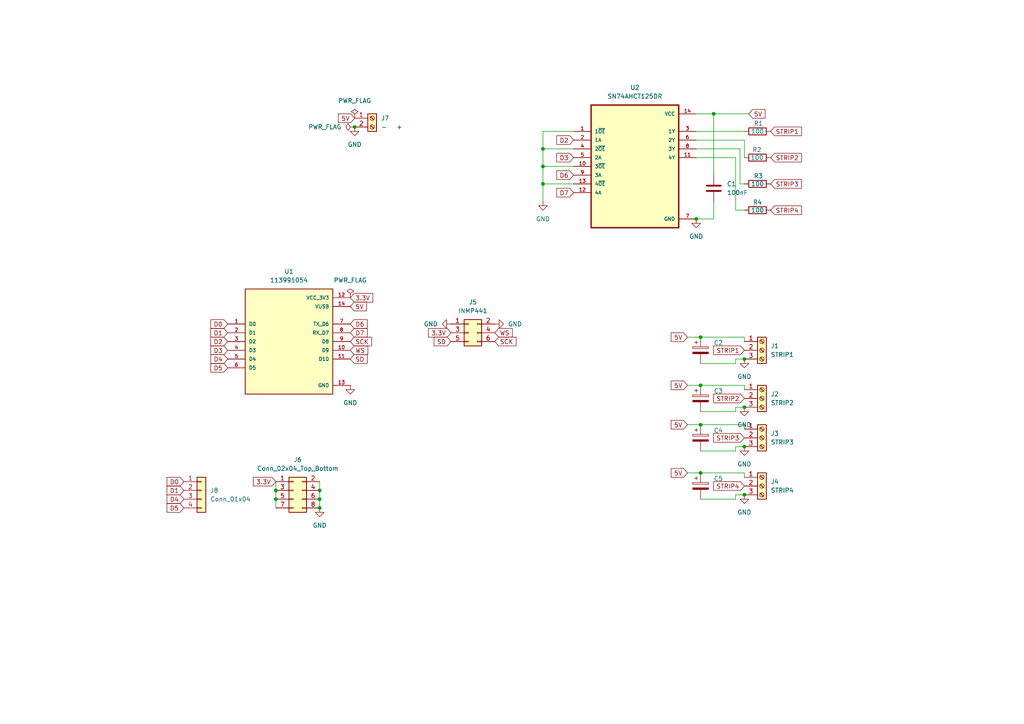
<source format=kicad_sch>
(kicad_sch (version 20231120) (generator "eeschema") (generator_version "8.0")
  (paper "A4")
  (title_block (title "Porthole Controller") (date "2024-05-22") (rev "1"))
  (lib_symbols
    (symbol "Connector:Screw_Terminal_01x02" (pin_names (offset 1.016) hide)
      (property "Reference" "J" (at 0 2.54 0))
      (property "Value" "Screw_Terminal_01x02" (at 0 -5.08 0))
      (symbol "Screw_Terminal_01x02_1_1"
        (rectangle (start -1.27 1.27) (end 1.27 -3.81) (stroke (width 0.254)) (fill (type background)))
        (circle (center 0 -2.54) (radius 0.635) (stroke (width 0.1524)))
        (polyline (pts (xy -0.5334 -2.2098) (xy 0.3302 -3.048)) (stroke (width 0.1524)))
        (polyline (pts (xy -0.5334 0.3302) (xy 0.3302 -0.508)) (stroke (width 0.1524)))
        (polyline (pts (xy -0.3556 -2.032) (xy 0.508 -2.8702)) (stroke (width 0.1524)))
        (polyline (pts (xy -0.3556 0.508) (xy 0.508 -0.3302)) (stroke (width 0.1524)))
        (circle (center 0 0) (radius 0.635) (stroke (width 0.1524)))
        (pin passive line (at -5.08 0 0) (length 3.81) (name "Pin_1") (number "1"))
        (pin passive line (at -5.08 -2.54 0) (length 3.81) (name "Pin_2") (number "2"))
      )
    )
    (symbol "Connector:Screw_Terminal_01x03" (pin_names (offset 1.016) hide)
      (property "Reference" "J" (at 0 5.08 0))
      (property "Value" "Screw_Terminal_01x03" (at 0 -5.08 0))
      (symbol "Screw_Terminal_01x03_1_1"
        (rectangle (start -1.27 3.81) (end 1.27 -3.81) (stroke (width 0.254)) (fill (type background)))
        (circle (center 0 -2.54) (radius 0.635) (stroke (width 0.1524)))
        (polyline (pts (xy -0.5334 -2.2098) (xy 0.3302 -3.048)) (stroke (width 0.1524)))
        (polyline (pts (xy -0.5334 0.3302) (xy 0.3302 -0.508)) (stroke (width 0.1524)))
        (polyline (pts (xy -0.5334 2.8702) (xy 0.3302 2.032)) (stroke (width 0.1524)))
        (polyline (pts (xy -0.3556 -2.032) (xy 0.508 -2.8702)) (stroke (width 0.1524)))
        (polyline (pts (xy -0.3556 0.508) (xy 0.508 -0.3302)) (stroke (width 0.1524)))
        (polyline (pts (xy -0.3556 3.048) (xy 0.508 2.2098)) (stroke (width 0.1524)))
        (circle (center 0 0) (radius 0.635) (stroke (width 0.1524)))
        (circle (center 0 2.54) (radius 0.635) (stroke (width 0.1524)))
        (pin passive line (at -5.08 2.54 0) (length 3.81) (name "Pin_1") (number "1"))
        (pin passive line (at -5.08 0 0) (length 3.81) (name "Pin_2") (number "2"))
        (pin passive line (at -5.08 -2.54 0) (length 3.81) (name "Pin_3") (number "3"))
      )
    )
    (symbol "Connector_Generic:Conn_01x04" (pin_names (offset 1.016) hide)
      (property "Reference" "J" (at 0 5.08 0))
      (property "Value" "Conn_01x04" (at 0 -7.62 0))
      (symbol "Conn_01x04_1_1"
        (rectangle (start -1.27 -4.953) (end 0 -5.207) (stroke (width 0.1524)))
        (rectangle (start -1.27 -2.413) (end 0 -2.667) (stroke (width 0.1524)))
        (rectangle (start -1.27 0.127) (end 0 -0.127) (stroke (width 0.1524)))
        (rectangle (start -1.27 2.667) (end 0 2.413) (stroke (width 0.1524)))
        (rectangle (start -1.27 3.81) (end 1.27 -6.35) (stroke (width 0.254)) (fill (type background)))
        (pin passive line (at -5.08 2.54 0) (length 3.81) (name "Pin_1") (number "1"))
        (pin passive line (at -5.08 0 0) (length 3.81) (name "Pin_2") (number "2"))
        (pin passive line (at -5.08 -2.54 0) (length 3.81) (name "Pin_3") (number "3"))
        (pin passive line (at -5.08 -5.08 0) (length 3.81) (name "Pin_4") (number "4"))
      )
    )
    (symbol "Connector_Generic:Conn_02x03_Odd_Even" (pin_names (offset 1.016) hide)
      (property "Reference" "J" (at 1.27 5.08 0))
      (property "Value" "Conn_02x03_Odd_Even" (at 1.27 -5.08 0))
      (symbol "Conn_02x03_Odd_Even_1_1"
        (rectangle (start -1.27 -2.413) (end 0 -2.667) (stroke (width 0.1524)))
        (rectangle (start -1.27 0.127) (end 0 -0.127) (stroke (width 0.1524)))
        (rectangle (start -1.27 2.667) (end 0 2.413) (stroke (width 0.1524)))
        (rectangle (start -1.27 3.81) (end 3.81 -3.81) (stroke (width 0.254)) (fill (type background)))
        (rectangle (start 3.81 -2.413) (end 2.54 -2.667) (stroke (width 0.1524)))
        (rectangle (start 3.81 0.127) (end 2.54 -0.127) (stroke (width 0.1524)))
        (rectangle (start 3.81 2.667) (end 2.54 2.413) (stroke (width 0.1524)))
        (pin passive line (at -5.08 2.54 0) (length 3.81) (name "Pin_1") (number "1"))
        (pin passive line (at 7.62 2.54 180) (length 3.81) (name "Pin_2") (number "2"))
        (pin passive line (at -5.08 0 0) (length 3.81) (name "Pin_3") (number "3"))
        (pin passive line (at 7.62 0 180) (length 3.81) (name "Pin_4") (number "4"))
        (pin passive line (at -5.08 -2.54 0) (length 3.81) (name "Pin_5") (number "5"))
        (pin passive line (at 7.62 -2.54 180) (length 3.81) (name "Pin_6") (number "6"))
      )
    )
    (symbol "Connector_Generic:Conn_02x04_Odd_Even" (pin_names (offset 1.016) hide)
      (property "Reference" "J" (at 1.27 5.08 0))
      (property "Value" "Conn_02x04_Odd_Even" (at 1.27 -7.62 0))
      (symbol "Conn_02x04_Odd_Even_1_1"
        (rectangle (start -1.27 -4.953) (end 0 -5.207) (stroke (width 0.1524)))
        (rectangle (start -1.27 -2.413) (end 0 -2.667) (stroke (width 0.1524)))
        (rectangle (start -1.27 0.127) (end 0 -0.127) (stroke (width 0.1524)))
        (rectangle (start -1.27 2.667) (end 0 2.413) (stroke (width 0.1524)))
        (rectangle (start -1.27 3.81) (end 3.81 -6.35) (stroke (width 0.254)) (fill (type background)))
        (rectangle (start 3.81 -4.953) (end 2.54 -5.207) (stroke (width 0.1524)))
        (rectangle (start 3.81 -2.413) (end 2.54 -2.667) (stroke (width 0.1524)))
        (rectangle (start 3.81 0.127) (end 2.54 -0.127) (stroke (width 0.1524)))
        (rectangle (start 3.81 2.667) (end 2.54 2.413) (stroke (width 0.1524)))
        (pin passive line (at -5.08 2.54 0) (length 3.81) (name "Pin_1") (number "1"))
        (pin passive line (at 7.62 2.54 180) (length 3.81) (name "Pin_2") (number "2"))
        (pin passive line (at -5.08 0 0) (length 3.81) (name "Pin_3") (number "3"))
        (pin passive line (at 7.62 0 180) (length 3.81) (name "Pin_4") (number "4"))
        (pin passive line (at -5.08 -2.54 0) (length 3.81) (name "Pin_5") (number "5"))
        (pin passive line (at 7.62 -2.54 180) (length 3.81) (name "Pin_6") (number "6"))
        (pin passive line (at -5.08 -5.08 0) (length 3.81) (name "Pin_7") (number "7"))
        (pin passive line (at 7.62 -5.08 180) (length 3.81) (name "Pin_8") (number "8"))
      )
    )
    (symbol "Device:C" (pin_numbers hide) (pin_names (offset 0.254))
      (property "Reference" "C" (at 0.635 2.54 0))
      (property "Value" "C" (at 0.635 -2.54 0))
      (symbol "C_0_1"
        (polyline (pts (xy -2.032 -0.762) (xy 2.032 -0.762)) (stroke (width 0.508)))
        (polyline (pts (xy -2.032 0.762) (xy 2.032 0.762)) (stroke (width 0.508)))
      )
      (symbol "C_1_1"
        (pin passive line (at 0 3.81 270) (length 2.794) (name "~") (number "1"))
        (pin passive line (at 0 -3.81 90) (length 2.794) (name "~") (number "2"))
      )
    )
    (symbol "Device:C_Polarized" (pin_numbers hide) (pin_names (offset 0.254))
      (property "Reference" "C" (at 0.635 2.54 0))
      (property "Value" "C_Polarized" (at 0.635 -2.54 0))
      (symbol "C_Polarized_0_1"
        (rectangle (start -2.286 0.508) (end 2.286 1.016))
        (polyline (pts (xy -1.778 2.286) (xy -0.762 2.286)))
        (polyline (pts (xy -1.27 2.794) (xy -1.27 1.778)))
        (rectangle (start 2.286 -0.508) (end -2.286 -1.016) (fill (type outline)))
      )
      (symbol "C_Polarized_1_1"
        (pin passive line (at 0 3.81 270) (length 2.794) (name "~") (number "1"))
        (pin passive line (at 0 -3.81 90) (length 2.794) (name "~") (number "2"))
      )
    )
    (symbol "Device:R" (pin_numbers hide) (pin_names (offset 0))
      (property "Reference" "R" (at 2.032 0 90))
      (property "Value" "R" (at 0 0 90))
      (symbol "R_0_1"
        (rectangle (start -1.016 -2.54) (end 1.016 2.54) (stroke (width 0.254)))
      )
      (symbol "R_1_1"
        (pin passive line (at 0 3.81 270) (length 1.27) (name "~") (number "1"))
        (pin passive line (at 0 -3.81 90) (length 1.27) (name "~") (number "2"))
      )
    )
    (symbol "SN74AHCT125DR:SN74AHCT125DR" (pin_names (offset 1.016))
      (property "Reference" "U" (at -12.7 18.78 0))
      (property "Value" "SN74AHCT125DR" (at -12.7 -21.78 0))
      (symbol "SN74AHCT125DR_0_0"
        (rectangle (start -12.7 -17.78) (end 12.7 17.78) (stroke (width 0.41)) (fill (type background)))
        (pin input line (at -17.78 10.16 0) (length 5.08) (name "1~{OE}") (number "1"))
        (pin input line (at -17.78 0 0) (length 5.08) (name "3~{OE}") (number "10"))
        (pin output line (at 17.78 2.54 180) (length 5.08) (name "4Y") (number "11"))
        (pin input line (at -17.78 -7.62 0) (length 5.08) (name "4A") (number "12"))
        (pin input line (at -17.78 -5.08 0) (length 5.08) (name "4~{OE}") (number "13"))
        (pin power_in line (at 17.78 15.24 180) (length 5.08) (name "VCC") (number "14"))
        (pin input line (at -17.78 7.62 0) (length 5.08) (name "1A") (number "2"))
        (pin output line (at 17.78 10.16 180) (length 5.08) (name "1Y") (number "3"))
        (pin input line (at -17.78 5.08 0) (length 5.08) (name "2~{OE}") (number "4"))
        (pin input line (at -17.78 2.54 0) (length 5.08) (name "2A") (number "5"))
        (pin output line (at 17.78 7.62 180) (length 5.08) (name "2Y") (number "6"))
        (pin power_in line (at 17.78 -15.24 180) (length 5.08) (name "GND") (number "7"))
        (pin output line (at 17.78 5.08 180) (length 5.08) (name "3Y") (number "8"))
        (pin input line (at -17.78 -2.54 0) (length 5.08) (name "3A") (number "9"))
      )
    )
    (symbol "power:GND" (power) (pin_numbers hide) (pin_names (offset 0) hide)
      (property "Value" "GND" (at 0 -3.81 0))
      (symbol "GND_0_1"
        (polyline (pts (xy 0 0) (xy 0 -1.27) (xy 1.27 -1.27) (xy 0 -2.54) (xy -1.27 -1.27) (xy 0 -1.27)))
      )
      (symbol "GND_1_1"
        (pin power_in line (at 0 0 270) (length 0) (name "~") (number "1"))
      )
    )
    (symbol "power:PWR_FLAG" (power) (pin_numbers hide) (pin_names (offset 0) hide)
      (property "Value" "PWR_FLAG" (at 0 3.81 0))
      (symbol "PWR_FLAG_0_0"
        (pin power_out line (at 0 0 90) (length 0) (name "~") (number "1"))
      )
      (symbol "PWR_FLAG_0_1"
        (polyline (pts (xy 0 0) (xy 0 1.27) (xy -1.016 1.905) (xy 0 2.54) (xy 1.016 1.905) (xy 0 1.27)))
      )
    )
    (symbol "xiaoesp32_c3_MM:113991054" (pin_names (offset 1.016))
      (property "Reference" "U" (at -12.7 16.002 0))
      (property "Value" "113991054" (at -12.7 -17.78 0))
      (symbol "113991054_0_0"
        (rectangle (start -12.7 -15.24) (end 12.7 15.24) (stroke (width 0.254)) (fill (type background)))
        (pin bidirectional line (at -17.78 5.08 0) (length 5.08) (name "D0") (number "1"))
        (pin bidirectional line (at 17.78 -2.54 180) (length 5.08) (name "D9") (number "10"))
        (pin bidirectional line (at 17.78 -5.08 180) (length 5.08) (name "D10") (number "11"))
        (pin power_in line (at 17.78 12.7 180) (length 5.08) (name "VCC_3V3") (number "12"))
        (pin power_in line (at 17.78 -12.7 180) (length 5.08) (name "GND") (number "13"))
        (pin power_in line (at 17.78 10.16 180) (length 5.08) (name "VUSB") (number "14"))
        (pin bidirectional line (at -17.78 2.54 0) (length 5.08) (name "D1") (number "2"))
        (pin bidirectional line (at -17.78 0 0) (length 5.08) (name "D2") (number "3"))
        (pin bidirectional line (at -17.78 -2.54 0) (length 5.08) (name "D3") (number "4"))
        (pin bidirectional line (at -17.78 -5.08 0) (length 5.08) (name "D4") (number "5"))
        (pin bidirectional line (at -17.78 -7.62 0) (length 5.08) (name "D5") (number "6"))
        (pin bidirectional line (at 17.78 5.08 180) (length 5.08) (name "TX_D6") (number "7"))
        (pin bidirectional line (at 17.78 2.54 180) (length 5.08) (name "RX_D7") (number "8"))
        (pin bidirectional line (at 17.78 0 180) (length 5.08) (name "D8") (number "9"))
      )
    )
  )
  (junction (at 203.2 111.76))
  (junction (at 102.87 36.83))
  (junction (at 215.9 118.11))
  (junction (at 80.01 142.24))
  (junction (at 201.93 63.5))
  (junction (at 215.9 143.51))
  (junction (at 215.9 129.54))
  (junction (at 207.01 33.02))
  (junction (at 92.71 147.32))
  (junction (at 92.71 142.24))
  (junction (at 203.2 97.79))
  (junction (at 203.2 123.19))
  (junction (at 80.01 144.78))
  (junction (at 215.9 104.14))
  (junction (at 203.2 137.16))
  (junction (at 157.48 53.34))
  (junction (at 157.48 43.18))
  (junction (at 92.71 144.78))
  (junction (at 157.48 48.26))
  (wire (pts (xy 203.2 111.76) (xy 215.9 111.76)))
  (wire (pts (xy 213.36 60.96) (xy 215.9 60.96)))
  (wire (pts (xy 80.01 142.24) (xy 80.01 144.78)))
  (wire (pts (xy 157.48 38.1) (xy 157.48 43.18)))
  (wire (pts (xy 157.48 48.26) (xy 166.37 48.26)))
  (wire (pts (xy 215.9 111.76) (xy 215.9 113.03)))
  (wire (pts (xy 207.01 63.5) (xy 201.93 63.5)))
  (wire (pts (xy 201.93 43.18) (xy 214.63 43.18)))
  (wire (pts (xy 207.01 58.42) (xy 207.01 63.5)))
  (wire (pts (xy 80.01 144.78) (xy 80.01 147.32)))
  (wire (pts (xy 207.01 50.8) (xy 207.01 33.02)))
  (wire (pts (xy 166.37 38.1) (xy 157.48 38.1)))
  (wire (pts (xy 201.93 40.64) (xy 215.9 40.64)))
  (wire (pts (xy 215.9 97.79) (xy 215.9 99.06)))
  (wire (pts (xy 213.36 105.41) (xy 213.36 104.14)))
  (wire (pts (xy 157.48 53.34) (xy 157.48 58.42)))
  (wire (pts (xy 201.93 45.72) (xy 213.36 45.72)))
  (wire (pts (xy 215.9 137.16) (xy 215.9 138.43)))
  (wire (pts (xy 203.2 123.19) (xy 215.9 123.19)))
  (wire (pts (xy 207.01 33.02) (xy 201.93 33.02)))
  (wire (pts (xy 217.17 33.02) (xy 207.01 33.02)))
  (wire (pts (xy 92.71 139.7) (xy 92.71 142.24)))
  (wire (pts (xy 214.63 43.18) (xy 214.63 53.34)))
  (wire (pts (xy 213.36 45.72) (xy 213.36 60.96)))
  (wire (pts (xy 92.71 144.78) (xy 92.71 147.32)))
  (wire (pts (xy 203.2 130.81) (xy 213.36 130.81)))
  (wire (pts (xy 157.48 43.18) (xy 157.48 48.26)))
  (wire (pts (xy 203.2 137.16) (xy 215.9 137.16)))
  (wire (pts (xy 201.93 38.1) (xy 215.9 38.1)))
  (wire (pts (xy 92.71 142.24) (xy 92.71 144.78)))
  (wire (pts (xy 213.36 118.11) (xy 215.9 118.11)))
  (wire (pts (xy 157.48 43.18) (xy 166.37 43.18)))
  (wire (pts (xy 203.2 97.79) (xy 215.9 97.79)))
  (wire (pts (xy 80.01 139.7) (xy 80.01 142.24)))
  (wire (pts (xy 203.2 144.78) (xy 213.36 144.78)))
  (wire (pts (xy 199.39 137.16) (xy 203.2 137.16)))
  (wire (pts (xy 203.2 105.41) (xy 213.36 105.41)))
  (wire (pts (xy 215.9 40.64) (xy 215.9 45.72)))
  (wire (pts (xy 213.36 129.54) (xy 215.9 129.54)))
  (wire (pts (xy 213.36 144.78) (xy 213.36 143.51)))
  (wire (pts (xy 199.39 111.76) (xy 203.2 111.76)))
  (wire (pts (xy 213.36 119.38) (xy 213.36 118.11)))
  (wire (pts (xy 157.48 48.26) (xy 157.48 53.34)))
  (wire (pts (xy 157.48 53.34) (xy 166.37 53.34)))
  (wire (pts (xy 213.36 130.81) (xy 213.36 129.54)))
  (wire (pts (xy 214.63 53.34) (xy 215.9 53.34)))
  (wire (pts (xy 213.36 143.51) (xy 215.9 143.51)))
  (wire (pts (xy 199.39 123.19) (xy 203.2 123.19)))
  (wire (pts (xy 203.2 119.38) (xy 213.36 119.38)))
  (wire (pts (xy 215.9 123.19) (xy 215.9 124.46)))
  (wire (pts (xy 199.39 97.79) (xy 203.2 97.79)))
  (wire (pts (xy 213.36 104.14) (xy 215.9 104.14)))
  (global_label "D3" (shape input) (at 166.37 45.72 180) (property "Intersheetrefs" "${INTERSHEET_REFS}" (effects (hide yes))))
  (global_label "D4" (shape input) (at 66.04 104.14 180) (property "Intersheetrefs" "${INTERSHEET_REFS}" (effects (hide yes))))
  (global_label "STRIP1" (shape input) (at 215.9 101.6 180) (property "Intersheetrefs" "${INTERSHEET_REFS}" (effects (hide yes))))
  (global_label "STRIP2" (shape input) (at 215.9 115.57 180) (property "Intersheetrefs" "${INTERSHEET_REFS}" (effects (hide yes))))
  (global_label "D7" (shape input) (at 101.6 96.52 0) (property "Intersheetrefs" "${INTERSHEET_REFS}" (effects (hide yes))))
  (global_label "WS" (shape input) (at 101.6 101.6 0) (property "Intersheetrefs" "${INTERSHEET_REFS}" (effects (hide yes))))
  (global_label "SD" (shape input) (at 130.81 99.06 180) (property "Intersheetrefs" "${INTERSHEET_REFS}" (effects (hide yes))))
  (global_label "5V" (shape input) (at 199.39 123.19 180) (property "Intersheetrefs" "${INTERSHEET_REFS}" (effects (hide yes))))
  (global_label "D1" (shape input) (at 66.04 96.52 180) (property "Intersheetrefs" "${INTERSHEET_REFS}" (effects (hide yes))))
  (global_label "D5" (shape input) (at 53.34 147.32 180) (property "Intersheetrefs" "${INTERSHEET_REFS}" (effects (hide yes))))
  (global_label "SCK" (shape input) (at 101.6 99.06 0) (property "Intersheetrefs" "${INTERSHEET_REFS}" (effects (hide yes))))
  (global_label "STRIP1" (shape input) (at 223.52 38.1 0) (property "Intersheetrefs" "${INTERSHEET_REFS}" (effects (hide yes))))
  (global_label "3.3V" (shape input) (at 80.01 139.7 180) (property "Intersheetrefs" "${INTERSHEET_REFS}" (effects (hide yes))))
  (global_label "STRIP3" (shape input) (at 223.52 53.34 0) (property "Intersheetrefs" "${INTERSHEET_REFS}" (effects (hide yes))))
  (global_label "D6" (shape input) (at 166.37 50.8 180) (property "Intersheetrefs" "${INTERSHEET_REFS}" (effects (hide yes))))
  (global_label "D2" (shape input) (at 166.37 40.64 180) (property "Intersheetrefs" "${INTERSHEET_REFS}" (effects (hide yes))))
  (global_label "STRIP2" (shape input) (at 223.52 45.72 0) (property "Intersheetrefs" "${INTERSHEET_REFS}" (effects (hide yes))))
  (global_label "D2" (shape input) (at 66.04 99.06 180) (property "Intersheetrefs" "${INTERSHEET_REFS}" (effects (hide yes))))
  (global_label "STRIP4" (shape input) (at 223.52 60.96 0) (property "Intersheetrefs" "${INTERSHEET_REFS}" (effects (hide yes))))
  (global_label "WS" (shape input) (at 143.51 96.52 0) (property "Intersheetrefs" "${INTERSHEET_REFS}" (effects (hide yes))))
  (global_label "D7" (shape input) (at 166.37 55.88 180) (property "Intersheetrefs" "${INTERSHEET_REFS}" (effects (hide yes))))
  (global_label "D6" (shape input) (at 101.6 93.98 0) (property "Intersheetrefs" "${INTERSHEET_REFS}" (effects (hide yes))))
  (global_label "D4" (shape input) (at 53.34 144.78 180) (property "Intersheetrefs" "${INTERSHEET_REFS}" (effects (hide yes))))
  (global_label "5V" (shape input) (at 217.17 33.02 0) (property "Intersheetrefs" "${INTERSHEET_REFS}" (effects (hide yes))))
  (global_label "5V" (shape input) (at 101.6 88.9 0) (property "Intersheetrefs" "${INTERSHEET_REFS}" (effects (hide yes))))
  (global_label "D1" (shape input) (at 53.34 142.24 180) (property "Intersheetrefs" "${INTERSHEET_REFS}" (effects (hide yes))))
  (global_label "STRIP3" (shape input) (at 215.9 127 180) (property "Intersheetrefs" "${INTERSHEET_REFS}" (effects (hide yes))))
  (global_label "D3" (shape input) (at 66.04 101.6 180) (property "Intersheetrefs" "${INTERSHEET_REFS}" (effects (hide yes))))
  (global_label "5V" (shape input) (at 199.39 97.79 180) (property "Intersheetrefs" "${INTERSHEET_REFS}" (effects (hide yes))))
  (global_label "3.3V" (shape input) (at 101.6 86.36 0) (property "Intersheetrefs" "${INTERSHEET_REFS}" (effects (hide yes))))
  (global_label "SCK" (shape input) (at 143.51 99.06 0) (property "Intersheetrefs" "${INTERSHEET_REFS}" (effects (hide yes))))
  (global_label "SD" (shape input) (at 101.6 104.14 0) (property "Intersheetrefs" "${INTERSHEET_REFS}" (effects (hide yes))))
  (global_label "5V" (shape input) (at 199.39 137.16 180) (property "Intersheetrefs" "${INTERSHEET_REFS}" (effects (hide yes))))
  (global_label "D5" (shape input) (at 66.04 106.68 180) (property "Intersheetrefs" "${INTERSHEET_REFS}" (effects (hide yes))))
  (global_label "D0" (shape input) (at 66.04 93.98 180) (property "Intersheetrefs" "${INTERSHEET_REFS}" (effects (hide yes))))
  (global_label "5V" (shape input) (at 102.87 34.29 180) (property "Intersheetrefs" "${INTERSHEET_REFS}" (effects (hide yes))))
  (global_label "3.3V" (shape input) (at 130.81 96.52 180) (property "Intersheetrefs" "${INTERSHEET_REFS}" (effects (hide yes))))
  (global_label "STRIP4" (shape input) (at 215.9 140.97 180) (property "Intersheetrefs" "${INTERSHEET_REFS}" (effects (hide yes))))
  (global_label "D0" (shape input) (at 53.34 139.7 180) (property "Intersheetrefs" "${INTERSHEET_REFS}" (effects (hide yes))))
  (global_label "5V" (shape input) (at 199.39 111.76 180) (property "Intersheetrefs" "${INTERSHEET_REFS}" (effects (hide yes))))
  (symbol (lib_id "Connector_Generic:Conn_02x04_Odd_Even") (at 85.09 142.24 0) (unit 1)
    (property "Reference" "J6" (at 86.36 133.35 0))
    (property "Value" "Conn_02x04_Top_Bottom" (at 86.36 135.89 0))
    (property "Footprint" "Connector_PinSocket_2.54mm:PinSocket_2x04_P2.54mm_Vertical" (effects (hide yes)))
    (property "Description" "Generic connector, double row, 02x04, odd/even pin numbering scheme (row 1 odd numbers, row 2 even numbers), script generated (kicad-library-utils/schlib/autogen/connector/)" (effects (hide yes)))
  )
  (symbol (lib_id "Connector_Generic:Conn_01x04") (at 58.42 142.24 0) (unit 1)
    (property "Reference" "J8" (at 60.96 142.2399 0) (effects (justify left)))
    (property "Value" "Conn_01x04" (at 60.96 144.7799 0) (effects (justify left)))
    (property "Footprint" "Connector_PinSocket_2.54mm:PinSocket_1x04_P2.54mm_Vertical" (effects (hide yes)))
    (property "Description" "Generic connector, single row, 01x04, script generated (kicad-library-utils/schlib/autogen/connector/)" (effects (hide yes)))
  )
  (symbol (lib_id "power:GND") (at 215.9 104.14 0) (unit 1)
    (property "Reference" "#PWR03" (effects (hide yes)))
    (property "Value" "GND" (at 215.9 109.22 0))
    (property "Description" "Power symbol creates a global label with name \"GND\" , ground" (effects (hide yes)))
  )
  (symbol (lib_id "Device:C_Polarized") (at 203.2 140.97 0) (unit 1)
    (property "Reference" "C5" (at 207.01 138.8109 0) (effects (justify left)))
    (property "Value" "1000uF" (effects (hide yes)))
    (property "Footprint" "Capacitor_THT:CP_Radial_D8.0mm_P3.80mm" (effects (hide yes)))
    (property "Description" "Polarized capacitor" (effects (hide yes)))
  )
  (symbol (lib_id "Device:R") (at 219.71 38.1 270) (unit 1)
    (property "Reference" "R1" (at 219.964 35.814 90))
    (property "Value" "100" (at 219.71 38.1 90))
    (property "Footprint" "Resistor_THT:R_Axial_DIN0204_L3.6mm_D1.6mm_P5.08mm_Horizontal" (effects (hide yes)))
    (property "Description" "Resistor" (effects (hide yes)))
  )
  (symbol (lib_id "Device:C_Polarized") (at 203.2 115.57 0) (unit 1)
    (property "Reference" "C3" (at 207.01 113.4109 0) (effects (justify left)))
    (property "Value" "1000uF" (effects (hide yes)))
    (property "Footprint" "Capacitor_THT:CP_Radial_D8.0mm_P3.80mm" (effects (hide yes)))
    (property "Description" "Polarized capacitor" (effects (hide yes)))
  )
  (symbol (lib_id "Device:C") (at 207.01 54.61 0) (unit 1)
    (property "Reference" "C1" (at 210.82 53.3399 0) (effects (justify left)))
    (property "Value" "100nF" (at 210.82 55.8799 0) (effects (justify left)))
    (property "Footprint" "Capacitor_THT:C_Disc_D3.0mm_W1.6mm_P2.50mm" (effects (hide yes)))
    (property "Description" "Unpolarized capacitor" (effects (hide yes)))
  )
  (symbol (lib_id "Connector:Screw_Terminal_01x02") (at 107.95 34.29 0) (unit 1)
    (property "Reference" "J7" (at 110.49 34.2899 0) (effects (justify left)))
    (property "Value" "-   +" (at 110.49 36.8299 0) (effects (justify left)))
    (property "Footprint" "TerminalBlock:TerminalBlock_bornier-2_P5.08mm" (effects (hide yes)))
    (property "Description" "Generic screw terminal, single row, 01x02, script generated (kicad-library-utils/schlib/autogen/connector/)" (effects (hide yes)))
  )
  (symbol (lib_id "power:GND") (at 215.9 143.51 0) (unit 1)
    (property "Reference" "#PWR010" (effects (hide yes)))
    (property "Value" "GND" (at 215.9 148.59 0))
    (property "Description" "Power symbol creates a global label with name \"GND\" , ground" (effects (hide yes)))
  )
  (symbol (lib_id "power:GND") (at 215.9 118.11 0) (unit 1)
    (property "Reference" "#PWR06" (effects (hide yes)))
    (property "Value" "GND" (at 215.9 123.19 0))
    (property "Description" "Power symbol creates a global label with name \"GND\" , ground" (effects (hide yes)))
  )
  (symbol (lib_id "power:PWR_FLAG") (at 102.87 34.29 0) (unit 1)
    (property "Reference" "#FLG02" (effects (hide yes)))
    (property "Value" "PWR_FLAG" (at 102.87 29.21 0))
    (property "Description" "Special symbol for telling ERC where power comes from" (effects (hide yes)))
  )
  (symbol (lib_id "Device:R") (at 219.71 60.96 270) (unit 1)
    (property "Reference" "R4" (at 219.71 58.674 90))
    (property "Value" "100" (at 219.71 60.96 90))
    (property "Footprint" "Resistor_THT:R_Axial_DIN0204_L3.6mm_D1.6mm_P5.08mm_Horizontal" (effects (hide yes)))
    (property "Description" "Resistor" (effects (hide yes)))
  )
  (symbol (lib_id "power:PWR_FLAG") (at 101.6 86.36 0) (unit 1)
    (property "Reference" "#FLG01" (effects (hide yes)))
    (property "Value" "PWR_FLAG" (at 101.6 81.28 0))
    (property "Description" "Special symbol for telling ERC where power comes from" (effects (hide yes)))
  )
  (symbol (lib_id "power:GND") (at 157.48 58.42 0) (unit 1)
    (property "Reference" "#PWR09" (effects (hide yes)))
    (property "Value" "GND" (at 157.48 63.5 0))
    (property "Description" "Power symbol creates a global label with name \"GND\" , ground" (effects (hide yes)))
  )
  (symbol (lib_id "Connector_Generic:Conn_02x03_Odd_Even") (at 135.89 96.52 0) (unit 1)
    (property "Reference" "J5" (at 137.16 87.63 0))
    (property "Value" "INMP441" (at 137.16 90.17 0))
    (property "Footprint" "Connector_PinSocket_2.54mm:PinSocket_2x03_P2.54mm_Vertical" (effects (hide yes)))
    (property "Description" "Generic connector, double row, 02x03, odd/even pin numbering scheme (row 1 odd numbers, row 2 even numbers), script generated (kicad-library-utils/schlib/autogen/connector/)" (effects (hide yes)))
  )
  (symbol (lib_id "power:GND") (at 101.6 111.76 0) (unit 1)
    (property "Reference" "#PWR05" (effects (hide yes)))
    (property "Value" "GND" (at 101.6 116.84 0))
    (property "Description" "Power symbol creates a global label with name \"GND\" , ground" (effects (hide yes)))
  )
  (symbol (lib_id "Device:C_Polarized") (at 203.2 101.6 0) (unit 1)
    (property "Reference" "C2" (at 207.01 99.4409 0) (effects (justify left)))
    (property "Value" "1000uF" (effects (hide yes)))
    (property "Footprint" "Capacitor_THT:CP_Radial_D8.0mm_P3.80mm" (effects (hide yes)))
    (property "Description" "Polarized capacitor" (effects (hide yes)))
  )
  (symbol (lib_id "Connector:Screw_Terminal_01x03") (at 220.98 101.6 0) (unit 1)
    (property "Reference" "J1" (at 223.52 100.3299 0) (effects (justify left)))
    (property "Value" "STRIP1" (at 223.52 102.8699 0) (effects (justify left)))
    (property "Footprint" "TerminalBlock:TerminalBlock_bornier-3_P5.08mm" (effects (hide yes)))
    (property "Description" "Generic screw terminal, single row, 01x03, script generated (kicad-library-utils/schlib/autogen/connector/)" (effects (hide yes)))
  )
  (symbol (lib_id "power:PWR_FLAG") (at 102.87 36.83 90) (unit 1)
    (property "Reference" "#FLG03" (effects (hide yes)))
    (property "Value" "PWR_FLAG" (at 99.06 36.8299 90) (effects (justify left)))
    (property "Description" "Special symbol for telling ERC where power comes from" (effects (hide yes)))
  )
  (symbol (lib_id "Device:R") (at 219.71 45.72 270) (unit 1)
    (property "Reference" "R2" (at 218.186 43.434 90) (effects (justify left)))
    (property "Value" "100" (at 217.678 45.72 90) (effects (justify left)))
    (property "Footprint" "Resistor_THT:R_Axial_DIN0204_L3.6mm_D1.6mm_P5.08mm_Horizontal" (effects (hide yes)))
    (property "Description" "Resistor" (effects (hide yes)))
  )
  (symbol (lib_id "power:GND") (at 143.51 93.98 90) (unit 1)
    (property "Reference" "#PWR04" (effects (hide yes)))
    (property "Value" "GND" (at 147.32 93.9799 90) (effects (justify right)))
    (property "Description" "Power symbol creates a global label with name \"GND\" , ground" (effects (hide yes)))
  )
  (symbol (lib_id "Connector:Screw_Terminal_01x03") (at 220.98 127 0) (unit 1)
    (property "Reference" "J3" (at 223.52 125.7299 0) (effects (justify left)))
    (property "Value" "STRIP3" (at 223.52 128.2699 0) (effects (justify left)))
    (property "Footprint" "TerminalBlock:TerminalBlock_bornier-3_P5.08mm" (effects (hide yes)))
    (property "Description" "Generic screw terminal, single row, 01x03, script generated (kicad-library-utils/schlib/autogen/connector/)" (effects (hide yes)))
  )
  (symbol (lib_id "power:GND") (at 92.71 147.32 0) (unit 1)
    (property "Reference" "#PWR07" (effects (hide yes)))
    (property "Value" "GND" (at 92.71 152.4 0))
    (property "Description" "Power symbol creates a global label with name \"GND\" , ground" (effects (hide yes)))
  )
  (symbol (lib_id "power:GND") (at 102.87 36.83 0) (unit 1)
    (property "Reference" "#PWR01" (effects (hide yes)))
    (property "Value" "GND" (at 102.87 41.91 0))
    (property "Description" "Power symbol creates a global label with name \"GND\" , ground" (effects (hide yes)))
  )
  (symbol (lib_id "power:GND") (at 130.81 93.98 270) (unit 1)
    (property "Reference" "#PWR011" (effects (hide yes)))
    (property "Value" "GND" (at 127 93.9799 90) (effects (justify right)))
    (property "Description" "Power symbol creates a global label with name \"GND\" , ground" (effects (hide yes)))
  )
  (symbol (lib_id "Device:C_Polarized") (at 203.2 127 0) (unit 1)
    (property "Reference" "C4" (at 207.01 124.8409 0) (effects (justify left)))
    (property "Value" "1000uF" (effects (hide yes)))
    (property "Footprint" "Capacitor_THT:CP_Radial_D8.0mm_P3.80mm" (effects (hide yes)))
    (property "Description" "Polarized capacitor" (effects (hide yes)))
  )
  (symbol (lib_id "power:GND") (at 215.9 129.54 0) (unit 1)
    (property "Reference" "#PWR08" (effects (hide yes)))
    (property "Value" "GND" (at 215.9 134.62 0))
    (property "Description" "Power symbol creates a global label with name \"GND\" , ground" (effects (hide yes)))
  )
  (symbol (lib_id "power:GND") (at 201.93 63.5 0) (unit 1)
    (property "Reference" "#PWR02" (effects (hide yes)))
    (property "Value" "GND" (at 201.93 68.58 0))
    (property "Description" "Power symbol creates a global label with name \"GND\" , ground" (effects (hide yes)))
  )
  (symbol (lib_id "Device:R") (at 219.71 53.34 270) (unit 1)
    (property "Reference" "R3" (at 219.964 51.054 90))
    (property "Value" "100" (at 219.71 53.34 90))
    (property "Footprint" "Resistor_THT:R_Axial_DIN0204_L3.6mm_D1.6mm_P5.08mm_Horizontal" (effects (hide yes)))
    (property "Description" "Resistor" (effects (hide yes)))
  )
  (symbol (lib_id "xiaoesp32_c3_MM:113991054") (at 83.82 99.06 0) (unit 1)
    (property "Reference" "U1" (at 83.82 78.74 0))
    (property "Value" "113991054" (at 83.82 81.28 0))
    (property "Footprint" "symbols:xiaoesp32_c3_MM" (effects (hide yes)))
    (property "PARTREV" "23/05/2022" (effects (hide yes)))
    (property "MANUFACTURER" "Seeed Technology" (effects (hide yes)))
    (property "SNAPEDA_PN" "113991054" (effects (hide yes)))
    (property "MAXIMUM_PACKAGE_HEIGHT" "N/A" (effects (hide yes)))
    (property "STANDARD" "Manufacturer Recommendations" (effects (hide yes)))
  )
  (symbol (lib_id "SN74AHCT125DR:SN74AHCT125DR") (at 184.15 48.26 0) (unit 1)
    (property "Reference" "U2" (at 184.15 25.4 0))
    (property "Value" "SN74AHCT125DR" (at 184.15 27.94 0))
    (property "Footprint" "symbols:N14_TEX" (effects (hide yes)))
  )
  (symbol (lib_id "Connector:Screw_Terminal_01x03") (at 220.98 115.57 0) (unit 1)
    (property "Reference" "J2" (at 223.52 114.2999 0) (effects (justify left)))
    (property "Value" "STRIP2" (at 223.52 116.8399 0) (effects (justify left)))
    (property "Footprint" "TerminalBlock:TerminalBlock_bornier-3_P5.08mm" (effects (hide yes)))
    (property "Description" "Generic screw terminal, single row, 01x03, script generated (kicad-library-utils/schlib/autogen/connector/)" (effects (hide yes)))
  )
  (symbol (lib_id "Connector:Screw_Terminal_01x03") (at 220.98 140.97 0) (unit 1)
    (property "Reference" "J4" (at 223.52 139.6999 0) (effects (justify left)))
    (property "Value" "STRIP4" (at 223.52 142.2399 0) (effects (justify left)))
    (property "Footprint" "TerminalBlock:TerminalBlock_bornier-3_P5.08mm" (effects (hide yes)))
    (property "Description" "Generic screw terminal, single row, 01x03, script generated (kicad-library-utils/schlib/autogen/connector/)" (effects (hide yes)))
  )
)
</source>
